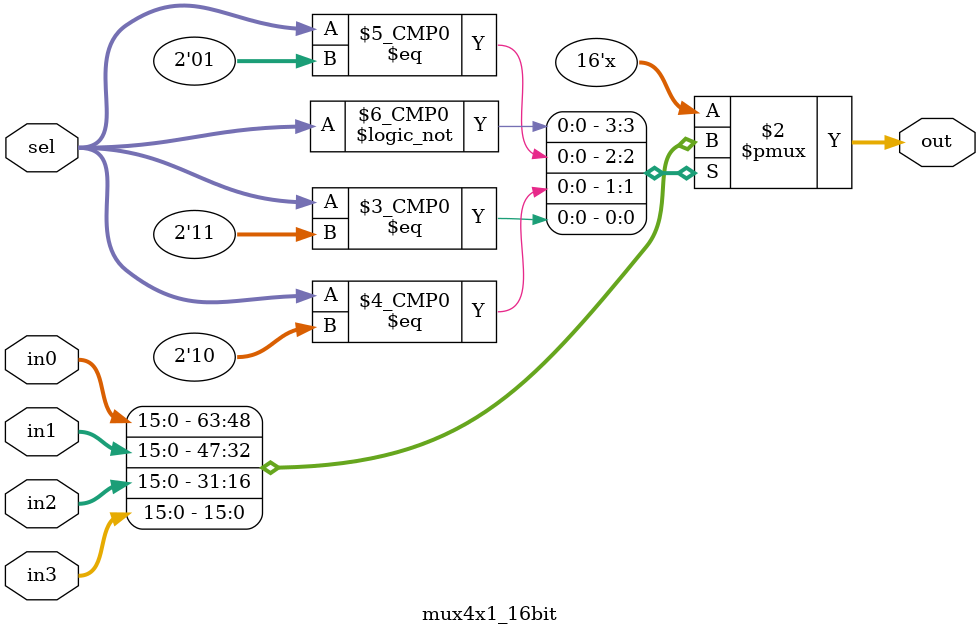
<source format=sv>
module mux4x1_16bit(in0, in1, in2, in3, sel, out);

    input [15:0] in0;  // Input 0
    input [15:0] in1;  // Input 1
    input [15:0] in2;  // Input 2
    input [15:0] in3;  // Input 3
    input [1:0] sel;   // Select input
    output [15:0] out;  // Output
    reg [15:0] out;    // Output

    always @* begin
        case(sel)
            2'b00: out = in0;
            2'b01: out = in1;
            2'b10: out = in2;
            2'b11: out = in3;
            default: out = 16'bxxxx;
        endcase
    end

endmodule

</source>
